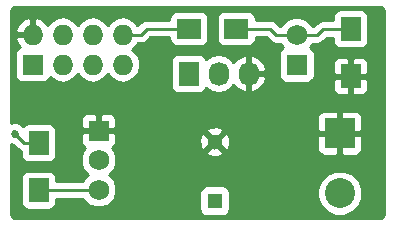
<source format=gbr>
G04 #@! TF.FileFunction,Copper,L2,Bot,Signal*
%FSLAX46Y46*%
G04 Gerber Fmt 4.6, Leading zero omitted, Abs format (unit mm)*
G04 Created by KiCad (PCBNEW 4.0.3+e1-6302~38~ubuntu15.04.1-stable) date Sun Oct 23 08:05:09 2016*
%MOMM*%
%LPD*%
G01*
G04 APERTURE LIST*
%ADD10C,0.100000*%
%ADD11R,1.727200X1.727200*%
%ADD12O,1.727200X1.727200*%
%ADD13R,1.750000X1.750000*%
%ADD14C,1.750000*%
%ADD15R,1.300000X1.300000*%
%ADD16C,1.300000*%
%ADD17R,2.540000X2.540000*%
%ADD18C,2.540000*%
%ADD19R,1.727200X2.032000*%
%ADD20O,1.727200X2.032000*%
%ADD21R,1.700000X2.000000*%
%ADD22R,2.000000X1.700000*%
%ADD23C,0.685800*%
%ADD24C,0.250000*%
%ADD25C,0.254000*%
G04 APERTURE END LIST*
D10*
D11*
X132588000Y-99060000D03*
D12*
X132588000Y-96520000D03*
X135128000Y-99060000D03*
X135128000Y-96520000D03*
X137668000Y-99060000D03*
X137668000Y-96520000D03*
X140208000Y-99060000D03*
X140208000Y-96520000D03*
D13*
X138176000Y-104648000D03*
D14*
X138176000Y-107148000D03*
X138176000Y-109648000D03*
D15*
X148000000Y-110600000D03*
D16*
X148000000Y-105600000D03*
D17*
X158600000Y-104860000D03*
D18*
X158600000Y-109940000D03*
D13*
X154940000Y-99060000D03*
D14*
X154940000Y-96560000D03*
D19*
X145796000Y-99822000D03*
D20*
X148336000Y-99822000D03*
X150876000Y-99822000D03*
D21*
X133096000Y-109696000D03*
X133096000Y-105696000D03*
D22*
X149828000Y-96012000D03*
X145828000Y-96012000D03*
D21*
X159512000Y-96044000D03*
X159512000Y-100044000D03*
D23*
X131064000Y-104902000D03*
D24*
X133096000Y-105696000D02*
X131858000Y-105696000D01*
X131858000Y-105696000D02*
X131064000Y-104902000D01*
X142240000Y-96012000D02*
X141732000Y-96520000D01*
X141732000Y-96520000D02*
X140208000Y-96520000D01*
X145828000Y-96012000D02*
X142240000Y-96012000D01*
X138176000Y-109648000D02*
X133144000Y-109648000D01*
X133144000Y-109648000D02*
X133096000Y-109696000D01*
X157194000Y-96044000D02*
X156678000Y-96560000D01*
X156678000Y-96560000D02*
X154940000Y-96560000D01*
X159512000Y-96044000D02*
X157194000Y-96044000D01*
X152654000Y-96012000D02*
X153202000Y-96560000D01*
X153202000Y-96560000D02*
X154940000Y-96560000D01*
X149828000Y-96012000D02*
X152654000Y-96012000D01*
D25*
G36*
X162097319Y-94204925D02*
X162335076Y-94442682D01*
X162358000Y-94557930D01*
X162358000Y-111690070D01*
X162335076Y-111805318D01*
X162097319Y-112043075D01*
X161982069Y-112066000D01*
X131133930Y-112066000D01*
X131018682Y-112043076D01*
X130780925Y-111805319D01*
X130758000Y-111690069D01*
X130758000Y-108696000D01*
X131598560Y-108696000D01*
X131598560Y-110696000D01*
X131642838Y-110931317D01*
X131781910Y-111147441D01*
X131994110Y-111292431D01*
X132246000Y-111343440D01*
X133946000Y-111343440D01*
X134181317Y-111299162D01*
X134397441Y-111160090D01*
X134542431Y-110947890D01*
X134593440Y-110696000D01*
X134593440Y-110408000D01*
X136856203Y-110408000D01*
X136895138Y-110502229D01*
X137319537Y-110927370D01*
X137874325Y-111157738D01*
X138475040Y-111158262D01*
X139030229Y-110928862D01*
X139455370Y-110504463D01*
X139685603Y-109950000D01*
X146702560Y-109950000D01*
X146702560Y-111250000D01*
X146746838Y-111485317D01*
X146885910Y-111701441D01*
X147098110Y-111846431D01*
X147350000Y-111897440D01*
X148650000Y-111897440D01*
X148885317Y-111853162D01*
X149101441Y-111714090D01*
X149246431Y-111501890D01*
X149297440Y-111250000D01*
X149297440Y-110317265D01*
X156694670Y-110317265D01*
X156984078Y-111017686D01*
X157519495Y-111554039D01*
X158219410Y-111844668D01*
X158977265Y-111845330D01*
X159677686Y-111555922D01*
X160214039Y-111020505D01*
X160504668Y-110320590D01*
X160505330Y-109562735D01*
X160215922Y-108862314D01*
X159680505Y-108325961D01*
X158980590Y-108035332D01*
X158222735Y-108034670D01*
X157522314Y-108324078D01*
X156985961Y-108859495D01*
X156695332Y-109559410D01*
X156694670Y-110317265D01*
X149297440Y-110317265D01*
X149297440Y-109950000D01*
X149253162Y-109714683D01*
X149114090Y-109498559D01*
X148901890Y-109353569D01*
X148650000Y-109302560D01*
X147350000Y-109302560D01*
X147114683Y-109346838D01*
X146898559Y-109485910D01*
X146753569Y-109698110D01*
X146702560Y-109950000D01*
X139685603Y-109950000D01*
X139685738Y-109949675D01*
X139686262Y-109348960D01*
X139456862Y-108793771D01*
X139061464Y-108397682D01*
X139455370Y-108004463D01*
X139685738Y-107449675D01*
X139686262Y-106848960D01*
X139541668Y-106499016D01*
X147280590Y-106499016D01*
X147336271Y-106729611D01*
X147819078Y-106897622D01*
X148329428Y-106868083D01*
X148663729Y-106729611D01*
X148719410Y-106499016D01*
X148000000Y-105779605D01*
X147280590Y-106499016D01*
X139541668Y-106499016D01*
X139456862Y-106293771D01*
X139279198Y-106115797D01*
X139410699Y-106061327D01*
X139589327Y-105882698D01*
X139686000Y-105649309D01*
X139686000Y-105419078D01*
X146702378Y-105419078D01*
X146731917Y-105929428D01*
X146870389Y-106263729D01*
X147100984Y-106319410D01*
X147820395Y-105600000D01*
X148179605Y-105600000D01*
X148899016Y-106319410D01*
X149129611Y-106263729D01*
X149297622Y-105780922D01*
X149268083Y-105270572D01*
X149216381Y-105145750D01*
X156695000Y-105145750D01*
X156695000Y-106256309D01*
X156791673Y-106489698D01*
X156970301Y-106668327D01*
X157203690Y-106765000D01*
X158314250Y-106765000D01*
X158473000Y-106606250D01*
X158473000Y-104987000D01*
X158727000Y-104987000D01*
X158727000Y-106606250D01*
X158885750Y-106765000D01*
X159996310Y-106765000D01*
X160229699Y-106668327D01*
X160408327Y-106489698D01*
X160505000Y-106256309D01*
X160505000Y-105145750D01*
X160346250Y-104987000D01*
X158727000Y-104987000D01*
X158473000Y-104987000D01*
X156853750Y-104987000D01*
X156695000Y-105145750D01*
X149216381Y-105145750D01*
X149129611Y-104936271D01*
X148899016Y-104880590D01*
X148179605Y-105600000D01*
X147820395Y-105600000D01*
X147100984Y-104880590D01*
X146870389Y-104936271D01*
X146702378Y-105419078D01*
X139686000Y-105419078D01*
X139686000Y-104933750D01*
X139527250Y-104775000D01*
X138303000Y-104775000D01*
X138303000Y-104795000D01*
X138049000Y-104795000D01*
X138049000Y-104775000D01*
X136824750Y-104775000D01*
X136666000Y-104933750D01*
X136666000Y-105649309D01*
X136762673Y-105882698D01*
X136941301Y-106061327D01*
X137072714Y-106115760D01*
X136896630Y-106291537D01*
X136666262Y-106846325D01*
X136665738Y-107447040D01*
X136895138Y-108002229D01*
X137290536Y-108398318D01*
X136896630Y-108791537D01*
X136856575Y-108888000D01*
X134593440Y-108888000D01*
X134593440Y-108696000D01*
X134549162Y-108460683D01*
X134410090Y-108244559D01*
X134197890Y-108099569D01*
X133946000Y-108048560D01*
X132246000Y-108048560D01*
X132010683Y-108092838D01*
X131794559Y-108231910D01*
X131649569Y-108444110D01*
X131598560Y-108696000D01*
X130758000Y-108696000D01*
X130758000Y-105787341D01*
X130877201Y-105836838D01*
X130924077Y-105836879D01*
X131320599Y-106233401D01*
X131567161Y-106398148D01*
X131598560Y-106404394D01*
X131598560Y-106696000D01*
X131642838Y-106931317D01*
X131781910Y-107147441D01*
X131994110Y-107292431D01*
X132246000Y-107343440D01*
X133946000Y-107343440D01*
X134181317Y-107299162D01*
X134397441Y-107160090D01*
X134542431Y-106947890D01*
X134593440Y-106696000D01*
X134593440Y-104700984D01*
X147280590Y-104700984D01*
X148000000Y-105420395D01*
X148719410Y-104700984D01*
X148663729Y-104470389D01*
X148180922Y-104302378D01*
X147670572Y-104331917D01*
X147336271Y-104470389D01*
X147280590Y-104700984D01*
X134593440Y-104700984D01*
X134593440Y-104696000D01*
X134549162Y-104460683D01*
X134410090Y-104244559D01*
X134197890Y-104099569D01*
X133946000Y-104048560D01*
X132246000Y-104048560D01*
X132010683Y-104092838D01*
X131794559Y-104231910D01*
X131762725Y-104278500D01*
X131594327Y-104109808D01*
X131250799Y-103967162D01*
X130878833Y-103966838D01*
X130758000Y-104016765D01*
X130758000Y-103646691D01*
X136666000Y-103646691D01*
X136666000Y-104362250D01*
X136824750Y-104521000D01*
X138049000Y-104521000D01*
X138049000Y-103296750D01*
X138303000Y-103296750D01*
X138303000Y-104521000D01*
X139527250Y-104521000D01*
X139686000Y-104362250D01*
X139686000Y-103646691D01*
X139610199Y-103463691D01*
X156695000Y-103463691D01*
X156695000Y-104574250D01*
X156853750Y-104733000D01*
X158473000Y-104733000D01*
X158473000Y-103113750D01*
X158727000Y-103113750D01*
X158727000Y-104733000D01*
X160346250Y-104733000D01*
X160505000Y-104574250D01*
X160505000Y-103463691D01*
X160408327Y-103230302D01*
X160229699Y-103051673D01*
X159996310Y-102955000D01*
X158885750Y-102955000D01*
X158727000Y-103113750D01*
X158473000Y-103113750D01*
X158314250Y-102955000D01*
X157203690Y-102955000D01*
X156970301Y-103051673D01*
X156791673Y-103230302D01*
X156695000Y-103463691D01*
X139610199Y-103463691D01*
X139589327Y-103413302D01*
X139410699Y-103234673D01*
X139177310Y-103138000D01*
X138461750Y-103138000D01*
X138303000Y-103296750D01*
X138049000Y-103296750D01*
X137890250Y-103138000D01*
X137174690Y-103138000D01*
X136941301Y-103234673D01*
X136762673Y-103413302D01*
X136666000Y-103646691D01*
X130758000Y-103646691D01*
X130758000Y-98196400D01*
X131076960Y-98196400D01*
X131076960Y-99923600D01*
X131121238Y-100158917D01*
X131260310Y-100375041D01*
X131472510Y-100520031D01*
X131724400Y-100571040D01*
X133451600Y-100571040D01*
X133686917Y-100526762D01*
X133903041Y-100387690D01*
X134048031Y-100175490D01*
X134056864Y-100131869D01*
X134068330Y-100149029D01*
X134554511Y-100473885D01*
X135128000Y-100587959D01*
X135701489Y-100473885D01*
X136187670Y-100149029D01*
X136398000Y-99834248D01*
X136608330Y-100149029D01*
X137094511Y-100473885D01*
X137668000Y-100587959D01*
X138241489Y-100473885D01*
X138727670Y-100149029D01*
X138938000Y-99834248D01*
X139148330Y-100149029D01*
X139634511Y-100473885D01*
X140208000Y-100587959D01*
X140781489Y-100473885D01*
X141267670Y-100149029D01*
X141592526Y-99662848D01*
X141706600Y-99089359D01*
X141706600Y-99030641D01*
X141661917Y-98806000D01*
X144284960Y-98806000D01*
X144284960Y-100838000D01*
X144329238Y-101073317D01*
X144468310Y-101289441D01*
X144680510Y-101434431D01*
X144932400Y-101485440D01*
X146659600Y-101485440D01*
X146894917Y-101441162D01*
X147111041Y-101302090D01*
X147256031Y-101089890D01*
X147264400Y-101048561D01*
X147276330Y-101066415D01*
X147762511Y-101391271D01*
X148336000Y-101505345D01*
X148909489Y-101391271D01*
X149395670Y-101066415D01*
X149602461Y-100756931D01*
X149973964Y-101172732D01*
X150501209Y-101426709D01*
X150516974Y-101429358D01*
X150749000Y-101308217D01*
X150749000Y-99949000D01*
X151003000Y-99949000D01*
X151003000Y-101308217D01*
X151235026Y-101429358D01*
X151250791Y-101426709D01*
X151778036Y-101172732D01*
X152167954Y-100736320D01*
X152361184Y-100183913D01*
X152216924Y-99949000D01*
X151003000Y-99949000D01*
X150749000Y-99949000D01*
X150729000Y-99949000D01*
X150729000Y-99695000D01*
X150749000Y-99695000D01*
X150749000Y-98335783D01*
X151003000Y-98335783D01*
X151003000Y-99695000D01*
X152216924Y-99695000D01*
X152361184Y-99460087D01*
X152167954Y-98907680D01*
X151778036Y-98471268D01*
X151250791Y-98217291D01*
X151235026Y-98214642D01*
X151003000Y-98335783D01*
X150749000Y-98335783D01*
X150516974Y-98214642D01*
X150501209Y-98217291D01*
X149973964Y-98471268D01*
X149602461Y-98887069D01*
X149395670Y-98577585D01*
X148909489Y-98252729D01*
X148336000Y-98138655D01*
X147762511Y-98252729D01*
X147276330Y-98577585D01*
X147266757Y-98591913D01*
X147262762Y-98570683D01*
X147123690Y-98354559D01*
X146911490Y-98209569D01*
X146659600Y-98158560D01*
X144932400Y-98158560D01*
X144697083Y-98202838D01*
X144480959Y-98341910D01*
X144335969Y-98554110D01*
X144284960Y-98806000D01*
X141661917Y-98806000D01*
X141592526Y-98457152D01*
X141267670Y-97970971D01*
X140996828Y-97790000D01*
X141267670Y-97609029D01*
X141487520Y-97280000D01*
X141732000Y-97280000D01*
X142022839Y-97222148D01*
X142269401Y-97057401D01*
X142554802Y-96772000D01*
X144180560Y-96772000D01*
X144180560Y-96862000D01*
X144224838Y-97097317D01*
X144363910Y-97313441D01*
X144576110Y-97458431D01*
X144828000Y-97509440D01*
X146828000Y-97509440D01*
X147063317Y-97465162D01*
X147279441Y-97326090D01*
X147424431Y-97113890D01*
X147475440Y-96862000D01*
X147475440Y-95162000D01*
X148180560Y-95162000D01*
X148180560Y-96862000D01*
X148224838Y-97097317D01*
X148363910Y-97313441D01*
X148576110Y-97458431D01*
X148828000Y-97509440D01*
X150828000Y-97509440D01*
X151063317Y-97465162D01*
X151279441Y-97326090D01*
X151424431Y-97113890D01*
X151475440Y-96862000D01*
X151475440Y-96772000D01*
X152339198Y-96772000D01*
X152664599Y-97097401D01*
X152911161Y-97262148D01*
X153202000Y-97320000D01*
X153620203Y-97320000D01*
X153659138Y-97414229D01*
X153827717Y-97583103D01*
X153613559Y-97720910D01*
X153468569Y-97933110D01*
X153417560Y-98185000D01*
X153417560Y-99935000D01*
X153461838Y-100170317D01*
X153600910Y-100386441D01*
X153813110Y-100531431D01*
X154065000Y-100582440D01*
X155815000Y-100582440D01*
X156050317Y-100538162D01*
X156266441Y-100399090D01*
X156313818Y-100329750D01*
X158027000Y-100329750D01*
X158027000Y-101170309D01*
X158123673Y-101403698D01*
X158302301Y-101582327D01*
X158535690Y-101679000D01*
X159226250Y-101679000D01*
X159385000Y-101520250D01*
X159385000Y-100171000D01*
X159639000Y-100171000D01*
X159639000Y-101520250D01*
X159797750Y-101679000D01*
X160488310Y-101679000D01*
X160721699Y-101582327D01*
X160900327Y-101403698D01*
X160997000Y-101170309D01*
X160997000Y-100329750D01*
X160838250Y-100171000D01*
X159639000Y-100171000D01*
X159385000Y-100171000D01*
X158185750Y-100171000D01*
X158027000Y-100329750D01*
X156313818Y-100329750D01*
X156411431Y-100186890D01*
X156462440Y-99935000D01*
X156462440Y-98917691D01*
X158027000Y-98917691D01*
X158027000Y-99758250D01*
X158185750Y-99917000D01*
X159385000Y-99917000D01*
X159385000Y-98567750D01*
X159639000Y-98567750D01*
X159639000Y-99917000D01*
X160838250Y-99917000D01*
X160997000Y-99758250D01*
X160997000Y-98917691D01*
X160900327Y-98684302D01*
X160721699Y-98505673D01*
X160488310Y-98409000D01*
X159797750Y-98409000D01*
X159639000Y-98567750D01*
X159385000Y-98567750D01*
X159226250Y-98409000D01*
X158535690Y-98409000D01*
X158302301Y-98505673D01*
X158123673Y-98684302D01*
X158027000Y-98917691D01*
X156462440Y-98917691D01*
X156462440Y-98185000D01*
X156418162Y-97949683D01*
X156279090Y-97733559D01*
X156066890Y-97588569D01*
X156050324Y-97585214D01*
X156219370Y-97416463D01*
X156259425Y-97320000D01*
X156678000Y-97320000D01*
X156968839Y-97262148D01*
X157215401Y-97097401D01*
X157508802Y-96804000D01*
X158014560Y-96804000D01*
X158014560Y-97044000D01*
X158058838Y-97279317D01*
X158197910Y-97495441D01*
X158410110Y-97640431D01*
X158662000Y-97691440D01*
X160362000Y-97691440D01*
X160597317Y-97647162D01*
X160813441Y-97508090D01*
X160958431Y-97295890D01*
X161009440Y-97044000D01*
X161009440Y-95044000D01*
X160965162Y-94808683D01*
X160826090Y-94592559D01*
X160613890Y-94447569D01*
X160362000Y-94396560D01*
X158662000Y-94396560D01*
X158426683Y-94440838D01*
X158210559Y-94579910D01*
X158065569Y-94792110D01*
X158014560Y-95044000D01*
X158014560Y-95284000D01*
X157194000Y-95284000D01*
X156903160Y-95341852D01*
X156656599Y-95506599D01*
X156363198Y-95800000D01*
X156259797Y-95800000D01*
X156220862Y-95705771D01*
X155796463Y-95280630D01*
X155241675Y-95050262D01*
X154640960Y-95049738D01*
X154085771Y-95279138D01*
X153660630Y-95703537D01*
X153620575Y-95800000D01*
X153516802Y-95800000D01*
X153191401Y-95474599D01*
X152944839Y-95309852D01*
X152654000Y-95252000D01*
X151475440Y-95252000D01*
X151475440Y-95162000D01*
X151431162Y-94926683D01*
X151292090Y-94710559D01*
X151079890Y-94565569D01*
X150828000Y-94514560D01*
X148828000Y-94514560D01*
X148592683Y-94558838D01*
X148376559Y-94697910D01*
X148231569Y-94910110D01*
X148180560Y-95162000D01*
X147475440Y-95162000D01*
X147431162Y-94926683D01*
X147292090Y-94710559D01*
X147079890Y-94565569D01*
X146828000Y-94514560D01*
X144828000Y-94514560D01*
X144592683Y-94558838D01*
X144376559Y-94697910D01*
X144231569Y-94910110D01*
X144180560Y-95162000D01*
X144180560Y-95252000D01*
X142240000Y-95252000D01*
X141949161Y-95309852D01*
X141767893Y-95430971D01*
X141702599Y-95474599D01*
X141459353Y-95717845D01*
X141267670Y-95430971D01*
X140781489Y-95106115D01*
X140208000Y-94992041D01*
X139634511Y-95106115D01*
X139148330Y-95430971D01*
X138938000Y-95745752D01*
X138727670Y-95430971D01*
X138241489Y-95106115D01*
X137668000Y-94992041D01*
X137094511Y-95106115D01*
X136608330Y-95430971D01*
X136398000Y-95745752D01*
X136187670Y-95430971D01*
X135701489Y-95106115D01*
X135128000Y-94992041D01*
X134554511Y-95106115D01*
X134068330Y-95430971D01*
X133852336Y-95754228D01*
X133794821Y-95631510D01*
X133362947Y-95237312D01*
X132947026Y-95065042D01*
X132715000Y-95186183D01*
X132715000Y-96393000D01*
X132735000Y-96393000D01*
X132735000Y-96647000D01*
X132715000Y-96647000D01*
X132715000Y-96667000D01*
X132461000Y-96667000D01*
X132461000Y-96647000D01*
X131253531Y-96647000D01*
X131133032Y-96879027D01*
X131381179Y-97408490D01*
X131567433Y-97578495D01*
X131489083Y-97593238D01*
X131272959Y-97732310D01*
X131127969Y-97944510D01*
X131076960Y-98196400D01*
X130758000Y-98196400D01*
X130758000Y-96160973D01*
X131133032Y-96160973D01*
X131253531Y-96393000D01*
X132461000Y-96393000D01*
X132461000Y-95186183D01*
X132228974Y-95065042D01*
X131813053Y-95237312D01*
X131381179Y-95631510D01*
X131133032Y-96160973D01*
X130758000Y-96160973D01*
X130758000Y-94557931D01*
X130780925Y-94442681D01*
X131018682Y-94204924D01*
X131133930Y-94182000D01*
X161982069Y-94182000D01*
X162097319Y-94204925D01*
X162097319Y-94204925D01*
G37*
X162097319Y-94204925D02*
X162335076Y-94442682D01*
X162358000Y-94557930D01*
X162358000Y-111690070D01*
X162335076Y-111805318D01*
X162097319Y-112043075D01*
X161982069Y-112066000D01*
X131133930Y-112066000D01*
X131018682Y-112043076D01*
X130780925Y-111805319D01*
X130758000Y-111690069D01*
X130758000Y-108696000D01*
X131598560Y-108696000D01*
X131598560Y-110696000D01*
X131642838Y-110931317D01*
X131781910Y-111147441D01*
X131994110Y-111292431D01*
X132246000Y-111343440D01*
X133946000Y-111343440D01*
X134181317Y-111299162D01*
X134397441Y-111160090D01*
X134542431Y-110947890D01*
X134593440Y-110696000D01*
X134593440Y-110408000D01*
X136856203Y-110408000D01*
X136895138Y-110502229D01*
X137319537Y-110927370D01*
X137874325Y-111157738D01*
X138475040Y-111158262D01*
X139030229Y-110928862D01*
X139455370Y-110504463D01*
X139685603Y-109950000D01*
X146702560Y-109950000D01*
X146702560Y-111250000D01*
X146746838Y-111485317D01*
X146885910Y-111701441D01*
X147098110Y-111846431D01*
X147350000Y-111897440D01*
X148650000Y-111897440D01*
X148885317Y-111853162D01*
X149101441Y-111714090D01*
X149246431Y-111501890D01*
X149297440Y-111250000D01*
X149297440Y-110317265D01*
X156694670Y-110317265D01*
X156984078Y-111017686D01*
X157519495Y-111554039D01*
X158219410Y-111844668D01*
X158977265Y-111845330D01*
X159677686Y-111555922D01*
X160214039Y-111020505D01*
X160504668Y-110320590D01*
X160505330Y-109562735D01*
X160215922Y-108862314D01*
X159680505Y-108325961D01*
X158980590Y-108035332D01*
X158222735Y-108034670D01*
X157522314Y-108324078D01*
X156985961Y-108859495D01*
X156695332Y-109559410D01*
X156694670Y-110317265D01*
X149297440Y-110317265D01*
X149297440Y-109950000D01*
X149253162Y-109714683D01*
X149114090Y-109498559D01*
X148901890Y-109353569D01*
X148650000Y-109302560D01*
X147350000Y-109302560D01*
X147114683Y-109346838D01*
X146898559Y-109485910D01*
X146753569Y-109698110D01*
X146702560Y-109950000D01*
X139685603Y-109950000D01*
X139685738Y-109949675D01*
X139686262Y-109348960D01*
X139456862Y-108793771D01*
X139061464Y-108397682D01*
X139455370Y-108004463D01*
X139685738Y-107449675D01*
X139686262Y-106848960D01*
X139541668Y-106499016D01*
X147280590Y-106499016D01*
X147336271Y-106729611D01*
X147819078Y-106897622D01*
X148329428Y-106868083D01*
X148663729Y-106729611D01*
X148719410Y-106499016D01*
X148000000Y-105779605D01*
X147280590Y-106499016D01*
X139541668Y-106499016D01*
X139456862Y-106293771D01*
X139279198Y-106115797D01*
X139410699Y-106061327D01*
X139589327Y-105882698D01*
X139686000Y-105649309D01*
X139686000Y-105419078D01*
X146702378Y-105419078D01*
X146731917Y-105929428D01*
X146870389Y-106263729D01*
X147100984Y-106319410D01*
X147820395Y-105600000D01*
X148179605Y-105600000D01*
X148899016Y-106319410D01*
X149129611Y-106263729D01*
X149297622Y-105780922D01*
X149268083Y-105270572D01*
X149216381Y-105145750D01*
X156695000Y-105145750D01*
X156695000Y-106256309D01*
X156791673Y-106489698D01*
X156970301Y-106668327D01*
X157203690Y-106765000D01*
X158314250Y-106765000D01*
X158473000Y-106606250D01*
X158473000Y-104987000D01*
X158727000Y-104987000D01*
X158727000Y-106606250D01*
X158885750Y-106765000D01*
X159996310Y-106765000D01*
X160229699Y-106668327D01*
X160408327Y-106489698D01*
X160505000Y-106256309D01*
X160505000Y-105145750D01*
X160346250Y-104987000D01*
X158727000Y-104987000D01*
X158473000Y-104987000D01*
X156853750Y-104987000D01*
X156695000Y-105145750D01*
X149216381Y-105145750D01*
X149129611Y-104936271D01*
X148899016Y-104880590D01*
X148179605Y-105600000D01*
X147820395Y-105600000D01*
X147100984Y-104880590D01*
X146870389Y-104936271D01*
X146702378Y-105419078D01*
X139686000Y-105419078D01*
X139686000Y-104933750D01*
X139527250Y-104775000D01*
X138303000Y-104775000D01*
X138303000Y-104795000D01*
X138049000Y-104795000D01*
X138049000Y-104775000D01*
X136824750Y-104775000D01*
X136666000Y-104933750D01*
X136666000Y-105649309D01*
X136762673Y-105882698D01*
X136941301Y-106061327D01*
X137072714Y-106115760D01*
X136896630Y-106291537D01*
X136666262Y-106846325D01*
X136665738Y-107447040D01*
X136895138Y-108002229D01*
X137290536Y-108398318D01*
X136896630Y-108791537D01*
X136856575Y-108888000D01*
X134593440Y-108888000D01*
X134593440Y-108696000D01*
X134549162Y-108460683D01*
X134410090Y-108244559D01*
X134197890Y-108099569D01*
X133946000Y-108048560D01*
X132246000Y-108048560D01*
X132010683Y-108092838D01*
X131794559Y-108231910D01*
X131649569Y-108444110D01*
X131598560Y-108696000D01*
X130758000Y-108696000D01*
X130758000Y-105787341D01*
X130877201Y-105836838D01*
X130924077Y-105836879D01*
X131320599Y-106233401D01*
X131567161Y-106398148D01*
X131598560Y-106404394D01*
X131598560Y-106696000D01*
X131642838Y-106931317D01*
X131781910Y-107147441D01*
X131994110Y-107292431D01*
X132246000Y-107343440D01*
X133946000Y-107343440D01*
X134181317Y-107299162D01*
X134397441Y-107160090D01*
X134542431Y-106947890D01*
X134593440Y-106696000D01*
X134593440Y-104700984D01*
X147280590Y-104700984D01*
X148000000Y-105420395D01*
X148719410Y-104700984D01*
X148663729Y-104470389D01*
X148180922Y-104302378D01*
X147670572Y-104331917D01*
X147336271Y-104470389D01*
X147280590Y-104700984D01*
X134593440Y-104700984D01*
X134593440Y-104696000D01*
X134549162Y-104460683D01*
X134410090Y-104244559D01*
X134197890Y-104099569D01*
X133946000Y-104048560D01*
X132246000Y-104048560D01*
X132010683Y-104092838D01*
X131794559Y-104231910D01*
X131762725Y-104278500D01*
X131594327Y-104109808D01*
X131250799Y-103967162D01*
X130878833Y-103966838D01*
X130758000Y-104016765D01*
X130758000Y-103646691D01*
X136666000Y-103646691D01*
X136666000Y-104362250D01*
X136824750Y-104521000D01*
X138049000Y-104521000D01*
X138049000Y-103296750D01*
X138303000Y-103296750D01*
X138303000Y-104521000D01*
X139527250Y-104521000D01*
X139686000Y-104362250D01*
X139686000Y-103646691D01*
X139610199Y-103463691D01*
X156695000Y-103463691D01*
X156695000Y-104574250D01*
X156853750Y-104733000D01*
X158473000Y-104733000D01*
X158473000Y-103113750D01*
X158727000Y-103113750D01*
X158727000Y-104733000D01*
X160346250Y-104733000D01*
X160505000Y-104574250D01*
X160505000Y-103463691D01*
X160408327Y-103230302D01*
X160229699Y-103051673D01*
X159996310Y-102955000D01*
X158885750Y-102955000D01*
X158727000Y-103113750D01*
X158473000Y-103113750D01*
X158314250Y-102955000D01*
X157203690Y-102955000D01*
X156970301Y-103051673D01*
X156791673Y-103230302D01*
X156695000Y-103463691D01*
X139610199Y-103463691D01*
X139589327Y-103413302D01*
X139410699Y-103234673D01*
X139177310Y-103138000D01*
X138461750Y-103138000D01*
X138303000Y-103296750D01*
X138049000Y-103296750D01*
X137890250Y-103138000D01*
X137174690Y-103138000D01*
X136941301Y-103234673D01*
X136762673Y-103413302D01*
X136666000Y-103646691D01*
X130758000Y-103646691D01*
X130758000Y-98196400D01*
X131076960Y-98196400D01*
X131076960Y-99923600D01*
X131121238Y-100158917D01*
X131260310Y-100375041D01*
X131472510Y-100520031D01*
X131724400Y-100571040D01*
X133451600Y-100571040D01*
X133686917Y-100526762D01*
X133903041Y-100387690D01*
X134048031Y-100175490D01*
X134056864Y-100131869D01*
X134068330Y-100149029D01*
X134554511Y-100473885D01*
X135128000Y-100587959D01*
X135701489Y-100473885D01*
X136187670Y-100149029D01*
X136398000Y-99834248D01*
X136608330Y-100149029D01*
X137094511Y-100473885D01*
X137668000Y-100587959D01*
X138241489Y-100473885D01*
X138727670Y-100149029D01*
X138938000Y-99834248D01*
X139148330Y-100149029D01*
X139634511Y-100473885D01*
X140208000Y-100587959D01*
X140781489Y-100473885D01*
X141267670Y-100149029D01*
X141592526Y-99662848D01*
X141706600Y-99089359D01*
X141706600Y-99030641D01*
X141661917Y-98806000D01*
X144284960Y-98806000D01*
X144284960Y-100838000D01*
X144329238Y-101073317D01*
X144468310Y-101289441D01*
X144680510Y-101434431D01*
X144932400Y-101485440D01*
X146659600Y-101485440D01*
X146894917Y-101441162D01*
X147111041Y-101302090D01*
X147256031Y-101089890D01*
X147264400Y-101048561D01*
X147276330Y-101066415D01*
X147762511Y-101391271D01*
X148336000Y-101505345D01*
X148909489Y-101391271D01*
X149395670Y-101066415D01*
X149602461Y-100756931D01*
X149973964Y-101172732D01*
X150501209Y-101426709D01*
X150516974Y-101429358D01*
X150749000Y-101308217D01*
X150749000Y-99949000D01*
X151003000Y-99949000D01*
X151003000Y-101308217D01*
X151235026Y-101429358D01*
X151250791Y-101426709D01*
X151778036Y-101172732D01*
X152167954Y-100736320D01*
X152361184Y-100183913D01*
X152216924Y-99949000D01*
X151003000Y-99949000D01*
X150749000Y-99949000D01*
X150729000Y-99949000D01*
X150729000Y-99695000D01*
X150749000Y-99695000D01*
X150749000Y-98335783D01*
X151003000Y-98335783D01*
X151003000Y-99695000D01*
X152216924Y-99695000D01*
X152361184Y-99460087D01*
X152167954Y-98907680D01*
X151778036Y-98471268D01*
X151250791Y-98217291D01*
X151235026Y-98214642D01*
X151003000Y-98335783D01*
X150749000Y-98335783D01*
X150516974Y-98214642D01*
X150501209Y-98217291D01*
X149973964Y-98471268D01*
X149602461Y-98887069D01*
X149395670Y-98577585D01*
X148909489Y-98252729D01*
X148336000Y-98138655D01*
X147762511Y-98252729D01*
X147276330Y-98577585D01*
X147266757Y-98591913D01*
X147262762Y-98570683D01*
X147123690Y-98354559D01*
X146911490Y-98209569D01*
X146659600Y-98158560D01*
X144932400Y-98158560D01*
X144697083Y-98202838D01*
X144480959Y-98341910D01*
X144335969Y-98554110D01*
X144284960Y-98806000D01*
X141661917Y-98806000D01*
X141592526Y-98457152D01*
X141267670Y-97970971D01*
X140996828Y-97790000D01*
X141267670Y-97609029D01*
X141487520Y-97280000D01*
X141732000Y-97280000D01*
X142022839Y-97222148D01*
X142269401Y-97057401D01*
X142554802Y-96772000D01*
X144180560Y-96772000D01*
X144180560Y-96862000D01*
X144224838Y-97097317D01*
X144363910Y-97313441D01*
X144576110Y-97458431D01*
X144828000Y-97509440D01*
X146828000Y-97509440D01*
X147063317Y-97465162D01*
X147279441Y-97326090D01*
X147424431Y-97113890D01*
X147475440Y-96862000D01*
X147475440Y-95162000D01*
X148180560Y-95162000D01*
X148180560Y-96862000D01*
X148224838Y-97097317D01*
X148363910Y-97313441D01*
X148576110Y-97458431D01*
X148828000Y-97509440D01*
X150828000Y-97509440D01*
X151063317Y-97465162D01*
X151279441Y-97326090D01*
X151424431Y-97113890D01*
X151475440Y-96862000D01*
X151475440Y-96772000D01*
X152339198Y-96772000D01*
X152664599Y-97097401D01*
X152911161Y-97262148D01*
X153202000Y-97320000D01*
X153620203Y-97320000D01*
X153659138Y-97414229D01*
X153827717Y-97583103D01*
X153613559Y-97720910D01*
X153468569Y-97933110D01*
X153417560Y-98185000D01*
X153417560Y-99935000D01*
X153461838Y-100170317D01*
X153600910Y-100386441D01*
X153813110Y-100531431D01*
X154065000Y-100582440D01*
X155815000Y-100582440D01*
X156050317Y-100538162D01*
X156266441Y-100399090D01*
X156313818Y-100329750D01*
X158027000Y-100329750D01*
X158027000Y-101170309D01*
X158123673Y-101403698D01*
X158302301Y-101582327D01*
X158535690Y-101679000D01*
X159226250Y-101679000D01*
X159385000Y-101520250D01*
X159385000Y-100171000D01*
X159639000Y-100171000D01*
X159639000Y-101520250D01*
X159797750Y-101679000D01*
X160488310Y-101679000D01*
X160721699Y-101582327D01*
X160900327Y-101403698D01*
X160997000Y-101170309D01*
X160997000Y-100329750D01*
X160838250Y-100171000D01*
X159639000Y-100171000D01*
X159385000Y-100171000D01*
X158185750Y-100171000D01*
X158027000Y-100329750D01*
X156313818Y-100329750D01*
X156411431Y-100186890D01*
X156462440Y-99935000D01*
X156462440Y-98917691D01*
X158027000Y-98917691D01*
X158027000Y-99758250D01*
X158185750Y-99917000D01*
X159385000Y-99917000D01*
X159385000Y-98567750D01*
X159639000Y-98567750D01*
X159639000Y-99917000D01*
X160838250Y-99917000D01*
X160997000Y-99758250D01*
X160997000Y-98917691D01*
X160900327Y-98684302D01*
X160721699Y-98505673D01*
X160488310Y-98409000D01*
X159797750Y-98409000D01*
X159639000Y-98567750D01*
X159385000Y-98567750D01*
X159226250Y-98409000D01*
X158535690Y-98409000D01*
X158302301Y-98505673D01*
X158123673Y-98684302D01*
X158027000Y-98917691D01*
X156462440Y-98917691D01*
X156462440Y-98185000D01*
X156418162Y-97949683D01*
X156279090Y-97733559D01*
X156066890Y-97588569D01*
X156050324Y-97585214D01*
X156219370Y-97416463D01*
X156259425Y-97320000D01*
X156678000Y-97320000D01*
X156968839Y-97262148D01*
X157215401Y-97097401D01*
X157508802Y-96804000D01*
X158014560Y-96804000D01*
X158014560Y-97044000D01*
X158058838Y-97279317D01*
X158197910Y-97495441D01*
X158410110Y-97640431D01*
X158662000Y-97691440D01*
X160362000Y-97691440D01*
X160597317Y-97647162D01*
X160813441Y-97508090D01*
X160958431Y-97295890D01*
X161009440Y-97044000D01*
X161009440Y-95044000D01*
X160965162Y-94808683D01*
X160826090Y-94592559D01*
X160613890Y-94447569D01*
X160362000Y-94396560D01*
X158662000Y-94396560D01*
X158426683Y-94440838D01*
X158210559Y-94579910D01*
X158065569Y-94792110D01*
X158014560Y-95044000D01*
X158014560Y-95284000D01*
X157194000Y-95284000D01*
X156903160Y-95341852D01*
X156656599Y-95506599D01*
X156363198Y-95800000D01*
X156259797Y-95800000D01*
X156220862Y-95705771D01*
X155796463Y-95280630D01*
X155241675Y-95050262D01*
X154640960Y-95049738D01*
X154085771Y-95279138D01*
X153660630Y-95703537D01*
X153620575Y-95800000D01*
X153516802Y-95800000D01*
X153191401Y-95474599D01*
X152944839Y-95309852D01*
X152654000Y-95252000D01*
X151475440Y-95252000D01*
X151475440Y-95162000D01*
X151431162Y-94926683D01*
X151292090Y-94710559D01*
X151079890Y-94565569D01*
X150828000Y-94514560D01*
X148828000Y-94514560D01*
X148592683Y-94558838D01*
X148376559Y-94697910D01*
X148231569Y-94910110D01*
X148180560Y-95162000D01*
X147475440Y-95162000D01*
X147431162Y-94926683D01*
X147292090Y-94710559D01*
X147079890Y-94565569D01*
X146828000Y-94514560D01*
X144828000Y-94514560D01*
X144592683Y-94558838D01*
X144376559Y-94697910D01*
X144231569Y-94910110D01*
X144180560Y-95162000D01*
X144180560Y-95252000D01*
X142240000Y-95252000D01*
X141949161Y-95309852D01*
X141767893Y-95430971D01*
X141702599Y-95474599D01*
X141459353Y-95717845D01*
X141267670Y-95430971D01*
X140781489Y-95106115D01*
X140208000Y-94992041D01*
X139634511Y-95106115D01*
X139148330Y-95430971D01*
X138938000Y-95745752D01*
X138727670Y-95430971D01*
X138241489Y-95106115D01*
X137668000Y-94992041D01*
X137094511Y-95106115D01*
X136608330Y-95430971D01*
X136398000Y-95745752D01*
X136187670Y-95430971D01*
X135701489Y-95106115D01*
X135128000Y-94992041D01*
X134554511Y-95106115D01*
X134068330Y-95430971D01*
X133852336Y-95754228D01*
X133794821Y-95631510D01*
X133362947Y-95237312D01*
X132947026Y-95065042D01*
X132715000Y-95186183D01*
X132715000Y-96393000D01*
X132735000Y-96393000D01*
X132735000Y-96647000D01*
X132715000Y-96647000D01*
X132715000Y-96667000D01*
X132461000Y-96667000D01*
X132461000Y-96647000D01*
X131253531Y-96647000D01*
X131133032Y-96879027D01*
X131381179Y-97408490D01*
X131567433Y-97578495D01*
X131489083Y-97593238D01*
X131272959Y-97732310D01*
X131127969Y-97944510D01*
X131076960Y-98196400D01*
X130758000Y-98196400D01*
X130758000Y-96160973D01*
X131133032Y-96160973D01*
X131253531Y-96393000D01*
X132461000Y-96393000D01*
X132461000Y-95186183D01*
X132228974Y-95065042D01*
X131813053Y-95237312D01*
X131381179Y-95631510D01*
X131133032Y-96160973D01*
X130758000Y-96160973D01*
X130758000Y-94557931D01*
X130780925Y-94442681D01*
X131018682Y-94204924D01*
X131133930Y-94182000D01*
X161982069Y-94182000D01*
X162097319Y-94204925D01*
M02*

</source>
